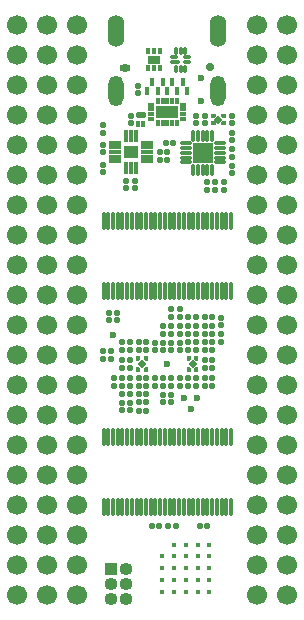
<source format=gbr>
%TF.GenerationSoftware,KiCad,Pcbnew,(5.99.0-10952-g410dbe17de)*%
%TF.CreationDate,2021-06-16T22:03:04+02:00*%
%TF.ProjectId,reDIP-64,72654449-502d-4363-942e-6b696361645f,0.2*%
%TF.SameCoordinates,PX594fc50PY8e9a590*%
%TF.FileFunction,Soldermask,Bot*%
%TF.FilePolarity,Negative*%
%FSLAX46Y46*%
G04 Gerber Fmt 4.6, Leading zero omitted, Abs format (unit mm)*
G04 Created by KiCad (PCBNEW (5.99.0-10952-g410dbe17de)) date 2021-06-16 22:03:04*
%MOMM*%
%LPD*%
G01*
G04 APERTURE LIST*
G04 Aperture macros list*
%AMRoundRect*
0 Rectangle with rounded corners*
0 $1 Rounding radius*
0 $2 $3 $4 $5 $6 $7 $8 $9 X,Y pos of 4 corners*
0 Add a 4 corners polygon primitive as box body*
4,1,4,$2,$3,$4,$5,$6,$7,$8,$9,$2,$3,0*
0 Add four circle primitives for the rounded corners*
1,1,$1+$1,$2,$3*
1,1,$1+$1,$4,$5*
1,1,$1+$1,$6,$7*
1,1,$1+$1,$8,$9*
0 Add four rect primitives between the rounded corners*
20,1,$1+$1,$2,$3,$4,$5,0*
20,1,$1+$1,$4,$5,$6,$7,0*
20,1,$1+$1,$6,$7,$8,$9,0*
20,1,$1+$1,$8,$9,$2,$3,0*%
%AMFreePoly0*
4,1,14,0.160355,0.160355,0.175000,0.125000,0.175000,-0.075000,0.160355,-0.110355,0.010355,-0.260355,-0.025000,-0.275000,-0.125000,-0.275000,-0.160355,-0.260355,-0.175000,-0.225000,-0.175000,0.125000,-0.160355,0.160355,-0.125000,0.175000,0.125000,0.175000,0.160355,0.160355,0.160355,0.160355,$1*%
%AMFreePoly1*
4,1,14,0.010355,0.260355,0.160355,0.110355,0.175000,0.075000,0.175000,-0.125000,0.160355,-0.160355,0.125000,-0.175000,-0.125000,-0.175000,-0.160355,-0.160355,-0.175000,-0.125000,-0.175000,0.225000,-0.160355,0.260355,-0.125000,0.275000,-0.025000,0.275000,0.010355,0.260355,0.010355,0.260355,$1*%
G04 Aperture macros list end*
%ADD10RoundRect,0.050000X-0.500000X-0.500000X0.500000X-0.500000X0.500000X0.500000X-0.500000X0.500000X0*%
%ADD11O,1.100000X1.100000*%
%ADD12O,0.950000X0.600000*%
%ADD13O,0.700000X0.700000*%
%ADD14O,1.400000X2.700000*%
%ADD15O,1.300000X2.600000*%
%ADD16C,1.700000*%
%ADD17RoundRect,0.075000X-0.075000X-0.675000X0.075000X-0.675000X0.075000X0.675000X-0.075000X0.675000X0*%
%ADD18C,0.450000*%
%ADD19RoundRect,0.125000X-0.125000X0.155000X-0.125000X-0.155000X0.125000X-0.155000X0.125000X0.155000X0*%
%ADD20RoundRect,0.125000X0.125000X-0.155000X0.125000X0.155000X-0.125000X0.155000X-0.125000X-0.155000X0*%
%ADD21FreePoly0,90.000000*%
%ADD22FreePoly1,270.000000*%
%ADD23RoundRect,0.050000X-0.339411X0.000000X0.000000X-0.339411X0.339411X0.000000X0.000000X0.339411X0*%
%ADD24FreePoly0,270.000000*%
%ADD25FreePoly1,90.000000*%
%ADD26RoundRect,0.034000X0.466000X-0.136000X0.466000X0.136000X-0.466000X0.136000X-0.466000X-0.136000X0*%
%ADD27RoundRect,0.034000X0.136000X0.466000X-0.136000X0.466000X-0.136000X-0.466000X0.136000X-0.466000X0*%
%ADD28RoundRect,0.050000X0.550000X0.500000X-0.550000X0.500000X-0.550000X-0.500000X0.550000X-0.500000X0*%
%ADD29RoundRect,0.075000X-0.075000X0.400000X-0.075000X-0.400000X0.075000X-0.400000X0.075000X0.400000X0*%
%ADD30RoundRect,0.075000X-0.400000X0.075000X-0.400000X-0.075000X0.400000X-0.075000X0.400000X0.075000X0*%
%ADD31RoundRect,0.050000X-0.825000X0.825000X-0.825000X-0.825000X0.825000X-0.825000X0.825000X0.825000X0*%
%ADD32RoundRect,0.075000X-0.075000X-0.215000X0.075000X-0.215000X0.075000X0.215000X-0.075000X0.215000X0*%
%ADD33RoundRect,0.075000X0.215000X-0.075000X0.215000X0.075000X-0.215000X0.075000X-0.215000X-0.075000X0*%
%ADD34RoundRect,0.050000X0.875000X-0.475000X0.875000X0.475000X-0.875000X0.475000X-0.875000X-0.475000X0*%
%ADD35RoundRect,0.035000X-0.140000X0.240000X-0.140000X-0.240000X0.140000X-0.240000X0.140000X0.240000X0*%
%ADD36RoundRect,0.060000X-0.490000X0.240000X-0.490000X-0.240000X0.490000X-0.240000X0.490000X0.240000X0*%
%ADD37RoundRect,0.125000X-0.155000X-0.125000X0.155000X-0.125000X0.155000X0.125000X-0.155000X0.125000X0*%
%ADD38RoundRect,0.125000X0.155000X0.125000X-0.155000X0.125000X-0.155000X-0.125000X0.155000X-0.125000X0*%
%ADD39RoundRect,0.075000X0.075000X0.675000X-0.075000X0.675000X-0.075000X-0.675000X0.075000X-0.675000X0*%
%ADD40FreePoly0,180.000000*%
%ADD41RoundRect,0.050000X0.000000X-0.339411X0.339411X0.000000X0.000000X0.339411X-0.339411X0.000000X0*%
%ADD42FreePoly1,0.000000*%
%ADD43FreePoly0,0.000000*%
%ADD44FreePoly1,180.000000*%
%ADD45RoundRect,0.050000X0.000000X0.339411X-0.339411X0.000000X0.000000X-0.339411X0.339411X0.000000X0*%
%ADD46RoundRect,0.070000X0.105000X-0.180000X0.105000X0.180000X-0.105000X0.180000X-0.105000X-0.180000X0*%
%ADD47RoundRect,0.062500X0.337500X-0.187500X0.337500X0.187500X-0.337500X0.187500X-0.337500X-0.187500X0*%
%ADD48RoundRect,0.040000X0.160000X-0.260000X0.160000X0.260000X-0.160000X0.260000X-0.160000X-0.260000X0*%
%ADD49C,0.600000*%
%ADD50RoundRect,0.081250X-0.300250X0.081250X-0.300250X-0.081250X0.300250X-0.081250X0.300250X0.081250X0*%
%ADD51RoundRect,0.081250X-0.250250X0.081250X-0.250250X-0.081250X0.250250X-0.081250X0.250250X0.081250X0*%
%ADD52RoundRect,0.081250X-0.081250X-0.250250X0.081250X-0.250250X0.081250X0.250250X-0.081250X0.250250X0*%
G04 APERTURE END LIST*
D10*
%TO.C,J7*%
X9210000Y3470000D03*
D11*
X10480000Y3470000D03*
X9210000Y2200000D03*
X10480000Y2200000D03*
X9210000Y930000D03*
X10480000Y930000D03*
%TD*%
D12*
%TO.C,J1*%
X10370000Y45885000D03*
D13*
X17570000Y45950000D03*
D14*
X18290000Y49000000D03*
D15*
X9650000Y43950000D03*
X18290000Y43950000D03*
D14*
X9650000Y49000000D03*
%TD*%
D16*
%TO.C,J2*%
X6350000Y49530000D03*
X6350000Y46990000D03*
X6350000Y44450000D03*
X6350000Y41910000D03*
X6350000Y39370000D03*
X6350000Y36830000D03*
X6350000Y34290000D03*
X6350000Y31750000D03*
X6350000Y29210000D03*
X6350000Y26670000D03*
X6350000Y24130000D03*
X6350000Y21590000D03*
X6350000Y19050000D03*
X6350000Y16510000D03*
X6350000Y13970000D03*
X6350000Y11430000D03*
X6350000Y8890000D03*
X6350000Y6350000D03*
X6350000Y3810000D03*
X6350000Y1270000D03*
%TD*%
%TO.C,J6*%
X21590000Y49530000D03*
X21590000Y46990000D03*
X21590000Y44450000D03*
X21590000Y41910000D03*
X21590000Y39370000D03*
X21590000Y36830000D03*
X21590000Y34290000D03*
X21590000Y31750000D03*
X21590000Y29210000D03*
X21590000Y26670000D03*
X21590000Y24130000D03*
X21590000Y21590000D03*
X21590000Y19050000D03*
X21590000Y16510000D03*
X21590000Y13970000D03*
X21590000Y11430000D03*
X21590000Y8890000D03*
X21590000Y6350000D03*
X21590000Y3810000D03*
X21590000Y1270000D03*
%TD*%
%TO.C,J4*%
X24130000Y49530000D03*
X24130000Y46990000D03*
X24130000Y44450000D03*
X24130000Y41910000D03*
X24130000Y39370000D03*
X24130000Y36830000D03*
X24130000Y34290000D03*
X24130000Y31750000D03*
X24130000Y29210000D03*
X24130000Y26670000D03*
X24130000Y24130000D03*
X24130000Y21590000D03*
X24130000Y19050000D03*
X24130000Y16510000D03*
X24130000Y13970000D03*
X24130000Y11430000D03*
X24130000Y8890000D03*
X24130000Y6350000D03*
X24130000Y3810000D03*
X24130000Y1270000D03*
%TD*%
D17*
%TO.C,U15*%
X8570000Y32900000D03*
X8970000Y32900000D03*
X9370000Y32900000D03*
X9770000Y32900000D03*
X10170000Y32900000D03*
X10570000Y32900000D03*
X10970000Y32900000D03*
X11370000Y32900000D03*
X11770000Y32900000D03*
X12170000Y32900000D03*
X12570000Y32900000D03*
X12970000Y32900000D03*
X13370000Y32900000D03*
X13770000Y32900000D03*
X14170000Y32900000D03*
X14570000Y32900000D03*
X14970000Y32900000D03*
X15370000Y32900000D03*
X15770000Y32900000D03*
X16170000Y32900000D03*
X16570000Y32900000D03*
X16970000Y32900000D03*
X17370000Y32900000D03*
X17770000Y32900000D03*
X18170000Y32900000D03*
X18570000Y32900000D03*
X18970000Y32900000D03*
X19370000Y32900000D03*
X19370000Y27000000D03*
X18970000Y27000000D03*
X18570000Y27000000D03*
X18170000Y27000000D03*
X17770000Y27000000D03*
X17370000Y27000000D03*
X16970000Y27000000D03*
X16570000Y27000000D03*
X16170000Y27000000D03*
X15770000Y27000000D03*
X15370000Y27000000D03*
X14970000Y27000000D03*
X14570000Y27000000D03*
X14170000Y27000000D03*
X13770000Y27000000D03*
X13370000Y27000000D03*
X12970000Y27000000D03*
X12570000Y27000000D03*
X12170000Y27000000D03*
X11770000Y27000000D03*
X11370000Y27000000D03*
X10970000Y27000000D03*
X10570000Y27000000D03*
X10170000Y27000000D03*
X9770000Y27000000D03*
X9370000Y27000000D03*
X8970000Y27000000D03*
X8570000Y27000000D03*
%TD*%
D18*
%TO.C,U17*%
X13540000Y4520000D03*
X13540000Y3520000D03*
X13540000Y2520000D03*
X13540000Y1520000D03*
X14540000Y5520000D03*
X14540000Y4520000D03*
X14540000Y3520000D03*
X14540000Y2520000D03*
X14540000Y1520000D03*
X15540000Y5520000D03*
X15540000Y4520000D03*
X15540000Y3520000D03*
X15540000Y2520000D03*
X15540000Y1520000D03*
X16540000Y5520000D03*
X16540000Y4520000D03*
X16540000Y3520000D03*
X16540000Y2520000D03*
X16540000Y1520000D03*
X17540000Y5520000D03*
X17540000Y4520000D03*
X17540000Y3520000D03*
X17540000Y2520000D03*
X17540000Y1520000D03*
%TD*%
D19*
%TO.C,R1*%
X11470000Y44370000D03*
X11470000Y43730000D03*
%TD*%
%TO.C,R13*%
X11200000Y36320000D03*
X11200000Y35680000D03*
%TD*%
%TO.C,C61*%
X19440000Y40380000D03*
X19440000Y39740000D03*
%TD*%
%TO.C,R6*%
X8500000Y39360000D03*
X8500000Y38720000D03*
%TD*%
D20*
%TO.C,R7*%
X8500000Y37040000D03*
X8500000Y37680000D03*
%TD*%
%TO.C,C41*%
X17140000Y41180000D03*
X17140000Y41820000D03*
%TD*%
D21*
%TO.C,U12*%
X17815000Y41175000D03*
D22*
X17815000Y41825000D03*
D23*
X18290000Y41500000D03*
D24*
X18765000Y41825000D03*
D25*
X18765000Y41175000D03*
%TD*%
D19*
%TO.C,C63*%
X18040000Y36180000D03*
X18040000Y35540000D03*
%TD*%
D20*
%TO.C,C65*%
X16440000Y41180000D03*
X16440000Y41820000D03*
%TD*%
D26*
%TO.C,U3*%
X12250000Y39550000D03*
X12250000Y39150000D03*
X12250000Y38750000D03*
X12250000Y38350000D03*
X12250000Y37950000D03*
D27*
X11300000Y37400000D03*
X10900000Y37400000D03*
X10500000Y37400000D03*
D26*
X9550000Y37950000D03*
X9550000Y38350000D03*
X9550000Y38750000D03*
X9550000Y39150000D03*
X9550000Y39550000D03*
D27*
X10500000Y40100000D03*
X10900000Y40100000D03*
X11300000Y40100000D03*
D28*
X10900000Y38750000D03*
%TD*%
D20*
%TO.C,C8*%
X10860000Y41180000D03*
X10860000Y41820000D03*
%TD*%
%TO.C,C62*%
X19440000Y38340000D03*
X19440000Y38980000D03*
%TD*%
D29*
%TO.C,U19*%
X16170000Y40130000D03*
X16570000Y40130000D03*
X16970000Y40130000D03*
X17370000Y40130000D03*
X17770000Y40130000D03*
D30*
X18420000Y39480000D03*
X18420000Y39080000D03*
X18420000Y38680000D03*
X18420000Y38280000D03*
X18420000Y37880000D03*
D29*
X17770000Y37230000D03*
X17370000Y37230000D03*
X16970000Y37230000D03*
X16570000Y37230000D03*
X16170000Y37230000D03*
D30*
X15520000Y37880000D03*
X15520000Y38280000D03*
X15520000Y38680000D03*
X15520000Y39080000D03*
X15520000Y39480000D03*
D31*
X16970000Y38680000D03*
%TD*%
D19*
%TO.C,C64*%
X17340000Y36180000D03*
X17340000Y35540000D03*
%TD*%
D32*
%TO.C,U1*%
X14770000Y41220000D03*
X14370000Y41220000D03*
X13970000Y41220000D03*
X13570000Y41220000D03*
X13170000Y41220000D03*
D33*
X12630000Y41560000D03*
X12630000Y41960000D03*
X12630000Y42360000D03*
X12630000Y42760000D03*
D32*
X13170000Y43100000D03*
X13570000Y43100000D03*
X13970000Y43100000D03*
X14370000Y43100000D03*
X14770000Y43100000D03*
D33*
X15310000Y42760000D03*
X15310000Y42360000D03*
X15310000Y41960000D03*
X15310000Y41560000D03*
D34*
X13970000Y42160000D03*
%TD*%
D35*
%TO.C,D2*%
X12360000Y47295000D03*
X12860000Y47295000D03*
X13360000Y47295000D03*
X13360000Y45845000D03*
X12860000Y45845000D03*
X12360000Y45845000D03*
D36*
X12860000Y46570000D03*
%TD*%
D16*
%TO.C,J3*%
X1270000Y49530000D03*
X1270000Y46990000D03*
X1270000Y44450000D03*
X1270000Y41910000D03*
X1270000Y39370000D03*
X1270000Y36830000D03*
X1270000Y34290000D03*
X1270000Y31750000D03*
X1270000Y29210000D03*
X1270000Y26670000D03*
X1270000Y24130000D03*
X1270000Y21590000D03*
X1270000Y19050000D03*
X1270000Y16510000D03*
X1270000Y13970000D03*
X1270000Y11430000D03*
X1270000Y8890000D03*
X1270000Y6350000D03*
X1270000Y3810000D03*
X1270000Y1270000D03*
%TD*%
%TO.C,J5*%
X3810000Y49530000D03*
X3810000Y46990000D03*
X3810000Y44450000D03*
X3810000Y41910000D03*
X3810000Y39370000D03*
X3810000Y36830000D03*
X3810000Y34290000D03*
X3810000Y31750000D03*
X3810000Y29210000D03*
X3810000Y26670000D03*
X3810000Y24130000D03*
X3810000Y21590000D03*
X3810000Y19050000D03*
X3810000Y16510000D03*
X3810000Y13970000D03*
X3810000Y11430000D03*
X3810000Y8890000D03*
X3810000Y6350000D03*
X3810000Y3810000D03*
X3810000Y1270000D03*
%TD*%
D37*
%TO.C,C55*%
X14040000Y7120000D03*
X14680000Y7120000D03*
%TD*%
D20*
%TO.C,C38*%
X19440000Y41180000D03*
X19440000Y41820000D03*
%TD*%
D38*
%TO.C,C57*%
X17360000Y7120000D03*
X16720000Y7120000D03*
%TD*%
D39*
%TO.C,U16*%
X19370000Y8700000D03*
X18970000Y8700000D03*
X18570000Y8700000D03*
X18170000Y8700000D03*
X17770000Y8700000D03*
X17370000Y8700000D03*
X16970000Y8700000D03*
X16570000Y8700000D03*
X16170000Y8700000D03*
X15770000Y8700000D03*
X15370000Y8700000D03*
X14970000Y8700000D03*
X14570000Y8700000D03*
X14170000Y8700000D03*
X13770000Y8700000D03*
X13370000Y8700000D03*
X12970000Y8700000D03*
X12570000Y8700000D03*
X12170000Y8700000D03*
X11770000Y8700000D03*
X11370000Y8700000D03*
X10970000Y8700000D03*
X10570000Y8700000D03*
X10170000Y8700000D03*
X9770000Y8700000D03*
X9370000Y8700000D03*
X8970000Y8700000D03*
X8570000Y8700000D03*
X8570000Y14600000D03*
X8970000Y14600000D03*
X9370000Y14600000D03*
X9770000Y14600000D03*
X10170000Y14600000D03*
X10570000Y14600000D03*
X10970000Y14600000D03*
X11370000Y14600000D03*
X11770000Y14600000D03*
X12170000Y14600000D03*
X12570000Y14600000D03*
X12970000Y14600000D03*
X13370000Y14600000D03*
X13770000Y14600000D03*
X14170000Y14600000D03*
X14570000Y14600000D03*
X14970000Y14600000D03*
X15370000Y14600000D03*
X15770000Y14600000D03*
X16170000Y14600000D03*
X16570000Y14600000D03*
X16970000Y14600000D03*
X17370000Y14600000D03*
X17770000Y14600000D03*
X18170000Y14600000D03*
X18570000Y14600000D03*
X18970000Y14600000D03*
X19370000Y14600000D03*
%TD*%
D20*
%TO.C,C2*%
X8500000Y21230000D03*
X8500000Y21870000D03*
%TD*%
%TO.C,C1*%
X9200000Y21230000D03*
X9200000Y21870000D03*
%TD*%
D37*
%TO.C,R16*%
X12640000Y7120000D03*
X13280000Y7120000D03*
%TD*%
%TO.C,C5*%
X17150000Y23350000D03*
X17790000Y23350000D03*
%TD*%
D38*
%TO.C,R8*%
X17790000Y24750000D03*
X17150000Y24750000D03*
%TD*%
%TO.C,C25*%
X16390000Y22650000D03*
X15750000Y22650000D03*
%TD*%
%TO.C,C16*%
X10790000Y22650000D03*
X10150000Y22650000D03*
%TD*%
%TO.C,C58*%
X12190000Y16850000D03*
X11550000Y16850000D03*
%TD*%
%TO.C,R22*%
X10790000Y18250000D03*
X10150000Y18250000D03*
%TD*%
%TO.C,C30*%
X12190000Y18950000D03*
X11550000Y18950000D03*
%TD*%
D19*
%TO.C,C66*%
X19440000Y37580000D03*
X19440000Y36940000D03*
%TD*%
D37*
%TO.C,C39*%
X11550000Y21950000D03*
X12190000Y21950000D03*
%TD*%
D38*
%TO.C,C37*%
X16390000Y21950000D03*
X15750000Y21950000D03*
%TD*%
D20*
%TO.C,C53*%
X14320000Y18980000D03*
X14320000Y19620000D03*
%TD*%
%TO.C,C24*%
X14320000Y23380000D03*
X14320000Y24020000D03*
%TD*%
D19*
%TO.C,R21*%
X9420000Y19620000D03*
X9420000Y18980000D03*
%TD*%
D37*
%TO.C,C36*%
X11550000Y19650000D03*
X12190000Y19650000D03*
%TD*%
D40*
%TO.C,U11*%
X16435000Y20325000D03*
D41*
X16110000Y20800000D03*
D42*
X15785000Y20325000D03*
D43*
X15785000Y21275000D03*
D44*
X16435000Y21275000D03*
%TD*%
D38*
%TO.C,C59*%
X12190000Y17550000D03*
X11550000Y17550000D03*
%TD*%
D20*
%TO.C,C49*%
X12920000Y18980000D03*
X12920000Y19620000D03*
%TD*%
D19*
%TO.C,C52*%
X14320000Y22620000D03*
X14320000Y21980000D03*
%TD*%
D37*
%TO.C,C44*%
X17150000Y19650000D03*
X17790000Y19650000D03*
%TD*%
D38*
%TO.C,C17*%
X10790000Y21950000D03*
X10150000Y21950000D03*
%TD*%
D19*
%TO.C,R5*%
X18520000Y23320000D03*
X18520000Y22680000D03*
%TD*%
D38*
%TO.C,R9*%
X16390000Y24750000D03*
X15750000Y24750000D03*
%TD*%
D20*
%TO.C,C26*%
X13620000Y23380000D03*
X13620000Y24020000D03*
%TD*%
D19*
%TO.C,C29*%
X14320000Y18220000D03*
X14320000Y17580000D03*
%TD*%
D37*
%TO.C,R19*%
X11550000Y18250000D03*
X12190000Y18250000D03*
%TD*%
D20*
%TO.C,R10*%
X16420000Y23380000D03*
X16420000Y24020000D03*
%TD*%
D38*
%TO.C,C40*%
X16390000Y19650000D03*
X15750000Y19650000D03*
%TD*%
D20*
%TO.C,R18*%
X10820000Y16880000D03*
X10820000Y17520000D03*
%TD*%
D19*
%TO.C,C50*%
X15020000Y22620000D03*
X15020000Y21980000D03*
%TD*%
D37*
%TO.C,R12*%
X15050000Y24050000D03*
X15690000Y24050000D03*
%TD*%
D38*
%TO.C,C15*%
X10790000Y18950000D03*
X10150000Y18950000D03*
%TD*%
D37*
%TO.C,C20*%
X17150000Y20450000D03*
X17790000Y20450000D03*
%TD*%
%TO.C,C46*%
X17150000Y21950000D03*
X17790000Y21950000D03*
%TD*%
D20*
%TO.C,R2*%
X14320000Y24780000D03*
X14320000Y25420000D03*
%TD*%
D37*
%TO.C,C6*%
X17150000Y24050000D03*
X17790000Y24050000D03*
%TD*%
D19*
%TO.C,C43*%
X12920000Y22620000D03*
X12920000Y21980000D03*
%TD*%
D43*
%TO.C,U10*%
X11505000Y21275000D03*
D44*
X12155000Y21275000D03*
D45*
X11830000Y20800000D03*
D40*
X12155000Y20325000D03*
D42*
X11505000Y20325000D03*
%TD*%
D37*
%TO.C,R11*%
X15050000Y23350000D03*
X15690000Y23350000D03*
%TD*%
D20*
%TO.C,C3*%
X9750000Y24500000D03*
X9750000Y25140000D03*
%TD*%
D38*
%TO.C,C28*%
X12190000Y22650000D03*
X11550000Y22650000D03*
%TD*%
D20*
%TO.C,C47*%
X13620000Y18980000D03*
X13620000Y19620000D03*
%TD*%
D19*
%TO.C,R4*%
X18520000Y24720000D03*
X18520000Y24080000D03*
%TD*%
D38*
%TO.C,C14*%
X10790000Y19650000D03*
X10150000Y19650000D03*
%TD*%
D37*
%TO.C,C22*%
X17150000Y21150000D03*
X17790000Y21150000D03*
%TD*%
D20*
%TO.C,R3*%
X15020000Y24780000D03*
X15020000Y25420000D03*
%TD*%
D19*
%TO.C,C45*%
X13620000Y22620000D03*
X13620000Y21980000D03*
%TD*%
D37*
%TO.C,C42*%
X17150000Y18950000D03*
X17790000Y18950000D03*
%TD*%
D38*
%TO.C,C23*%
X10790000Y20450000D03*
X10150000Y20450000D03*
%TD*%
D20*
%TO.C,C51*%
X15020000Y18980000D03*
X15020000Y19620000D03*
%TD*%
%TO.C,C4*%
X9050000Y24500000D03*
X9050000Y25140000D03*
%TD*%
D37*
%TO.C,C48*%
X17150000Y22650000D03*
X17790000Y22650000D03*
%TD*%
D19*
%TO.C,R20*%
X10120000Y17520000D03*
X10120000Y16880000D03*
%TD*%
%TO.C,C31*%
X13620000Y18220000D03*
X13620000Y17580000D03*
%TD*%
D38*
%TO.C,C21*%
X10790000Y21150000D03*
X10150000Y21150000D03*
%TD*%
%TO.C,C27*%
X16390000Y18950000D03*
X15750000Y18950000D03*
%TD*%
D20*
%TO.C,C10*%
X8500000Y40400000D03*
X8500000Y41040000D03*
%TD*%
D38*
%TO.C,C60*%
X14470000Y39480000D03*
X13830000Y39480000D03*
%TD*%
D37*
%TO.C,C9*%
X13330000Y38780000D03*
X13970000Y38780000D03*
%TD*%
%TO.C,C7*%
X13330000Y38080000D03*
X13970000Y38080000D03*
%TD*%
D20*
%TO.C,C67*%
X18740000Y35540000D03*
X18740000Y36180000D03*
%TD*%
D19*
%TO.C,R14*%
X10500000Y36320000D03*
X10500000Y35680000D03*
%TD*%
D46*
%TO.C,Q1*%
X11935000Y41150000D03*
X11485000Y41150000D03*
D47*
X11710000Y41850000D03*
%TD*%
D48*
%TO.C,D3*%
X15670000Y43920000D03*
X14770000Y43920000D03*
X13970000Y43920000D03*
X13170000Y43920000D03*
X12270000Y43920000D03*
X12670000Y44720000D03*
X13570000Y44720000D03*
X14370000Y44720000D03*
X15270000Y44720000D03*
%TD*%
D49*
%TO.C,TP5*%
X9360000Y23230000D03*
%TD*%
%TO.C,TP2*%
X13970000Y20800000D03*
%TD*%
%TO.C,TP7*%
X16790000Y43030000D03*
%TD*%
%TO.C,TP4*%
X15410000Y17960000D03*
%TD*%
%TO.C,TP3*%
X15960000Y17020000D03*
%TD*%
%TO.C,TP6*%
X16510000Y17960000D03*
%TD*%
%TO.C,TP1*%
X16790000Y45030000D03*
%TD*%
D50*
%TO.C,U2*%
X14591500Y46370000D03*
D51*
X14541500Y46770000D03*
D52*
X14710000Y47338500D03*
X15110000Y47338500D03*
X15510000Y47338500D03*
D51*
X15678500Y46770000D03*
X15678500Y46370000D03*
D52*
X15510000Y45801500D03*
X15110000Y45801500D03*
X14710000Y45801500D03*
%TD*%
M02*

</source>
